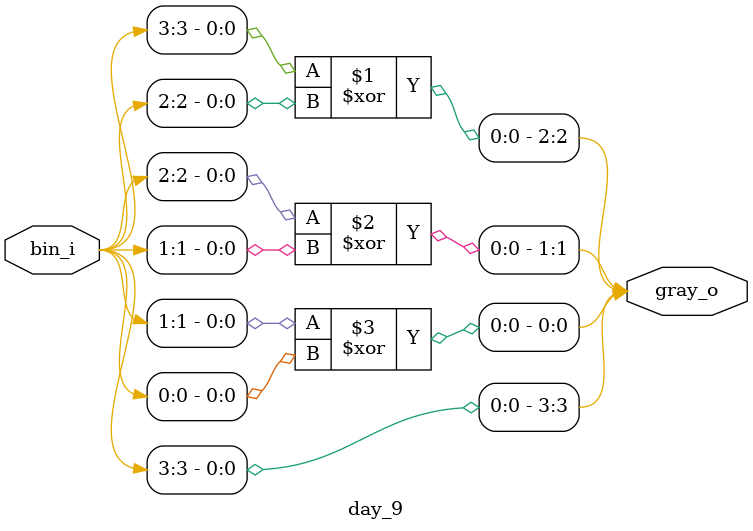
<source format=sv>
`timescale 1ns / 1ps


module day_9 #(parameter vec_len = 4)(input wire[vec_len - 1 : 0] bin_i, output wire[vec_len - 1 : 0] gray_o);



    assign gray_o[vec_len - 1] = bin_i[vec_len - 1];
    
    genvar i;// A genvar is a variable used in generate-for loop. No need of initial begin block while using genvar
    for (i = vec_len - 2; i >= 0; i = i-1) 
        assign gray_o[i] = bin_i[i+1] ^ bin_i[i]; 
    
    

    

endmodule

</source>
